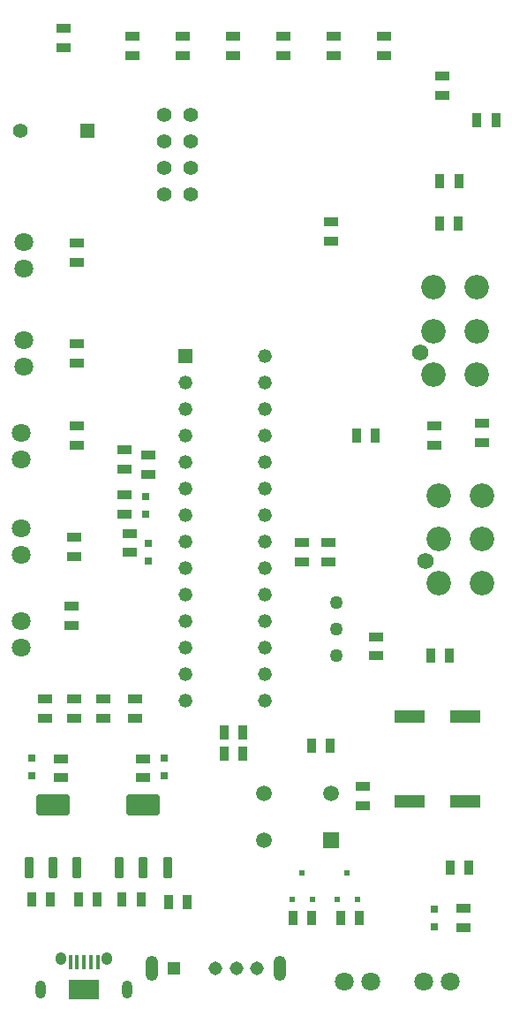
<source format=gbr>
%TF.GenerationSoftware,Altium Limited,Altium Designer,24.10.1 (45)*%
G04 Layer_Color=255*
%FSLAX25Y25*%
%MOIN*%
%TF.SameCoordinates,405BA738-95C1-4717-9A2A-605BB7F835F8*%
%TF.FilePolarity,Positive*%
%TF.FileFunction,Pads,Top*%
%TF.Part,Single*%
G01*
G75*
%TA.AperFunction,SMDPad,CuDef*%
%ADD12R,0.05300X0.03200*%
%ADD13R,0.03200X0.05300*%
%TA.AperFunction,ConnectorPad*%
%ADD14R,0.03200X0.05300*%
%ADD15R,0.01600X0.05300*%
%ADD16R,0.11400X0.07500*%
%TA.AperFunction,SMDPad,CuDef*%
%ADD17R,0.03150X0.03150*%
G04:AMPARAMS|DCode=18|XSize=77.95mil|YSize=36.61mil|CornerRadius=4.58mil|HoleSize=0mil|Usage=FLASHONLY|Rotation=90.000|XOffset=0mil|YOffset=0mil|HoleType=Round|Shape=RoundedRectangle|*
%AMROUNDEDRECTD18*
21,1,0.07795,0.02746,0,0,90.0*
21,1,0.06880,0.03661,0,0,90.0*
1,1,0.00915,0.01373,0.03440*
1,1,0.00915,0.01373,-0.03440*
1,1,0.00915,-0.01373,-0.03440*
1,1,0.00915,-0.01373,0.03440*
%
%ADD18ROUNDEDRECTD18*%
G04:AMPARAMS|DCode=19|XSize=77.95mil|YSize=127.17mil|CornerRadius=9.74mil|HoleSize=0mil|Usage=FLASHONLY|Rotation=90.000|XOffset=0mil|YOffset=0mil|HoleType=Round|Shape=RoundedRectangle|*
%AMROUNDEDRECTD19*
21,1,0.07795,0.10768,0,0,90.0*
21,1,0.05847,0.12717,0,0,90.0*
1,1,0.01949,0.05384,0.02923*
1,1,0.01949,0.05384,-0.02923*
1,1,0.01949,-0.05384,-0.02923*
1,1,0.01949,-0.05384,0.02923*
%
%ADD19ROUNDEDRECTD19*%
%ADD20R,0.11800X0.04700*%
%ADD21R,0.02200X0.02400*%
%TA.AperFunction,ComponentPad*%
%ADD24C,0.05500*%
%ADD25R,0.05600X0.05600*%
%ADD26C,0.05600*%
%ADD27O,0.04200X0.04900*%
%ADD28O,0.04000X0.06700*%
%ADD29C,0.06200*%
%ADD30C,0.09200*%
%ADD31C,0.05000*%
%ADD32C,0.07100*%
%ADD33R,0.05900X0.05900*%
%ADD34C,0.05900*%
%ADD35O,0.04756X0.09512*%
%ADD36C,0.05150*%
%ADD37R,0.05150X0.05150*%
%ADD38R,0.05200X0.05200*%
%ADD39C,0.05200*%
D12*
X276000Y448450D02*
D03*
Y455550D02*
D03*
X246000Y187550D02*
D03*
Y180450D02*
D03*
X137000Y281550D02*
D03*
Y274450D02*
D03*
X284000Y141550D02*
D03*
Y134450D02*
D03*
X234000Y400550D02*
D03*
Y393450D02*
D03*
X159000Y463450D02*
D03*
Y470550D02*
D03*
X178000D02*
D03*
Y463450D02*
D03*
X216000Y470550D02*
D03*
Y463450D02*
D03*
X133000Y466450D02*
D03*
Y473550D02*
D03*
X197000Y470550D02*
D03*
Y463450D02*
D03*
X235000Y470550D02*
D03*
Y463450D02*
D03*
X254000Y470550D02*
D03*
Y463450D02*
D03*
X233000Y272450D02*
D03*
Y279550D02*
D03*
X165000Y305450D02*
D03*
Y312550D02*
D03*
X156000Y307450D02*
D03*
Y314550D02*
D03*
X136000Y255550D02*
D03*
Y248450D02*
D03*
X138000Y323550D02*
D03*
Y316450D02*
D03*
X156000Y297550D02*
D03*
Y290450D02*
D03*
X158000Y275900D02*
D03*
Y283000D02*
D03*
X138000Y354550D02*
D03*
Y347450D02*
D03*
X148000Y220550D02*
D03*
Y213450D02*
D03*
X160000D02*
D03*
Y220550D02*
D03*
X137000D02*
D03*
Y213450D02*
D03*
X126000Y220550D02*
D03*
Y213450D02*
D03*
X291000Y324550D02*
D03*
Y317450D02*
D03*
X273000Y323550D02*
D03*
Y316450D02*
D03*
X132000Y198100D02*
D03*
Y191000D02*
D03*
X251000Y244100D02*
D03*
Y237000D02*
D03*
X223000Y272450D02*
D03*
Y279550D02*
D03*
X163000Y198000D02*
D03*
Y190900D02*
D03*
X138000Y392550D02*
D03*
Y385450D02*
D03*
D13*
X296100Y439000D02*
D03*
X289000D02*
D03*
X200550Y208000D02*
D03*
X193450D02*
D03*
X271450Y237000D02*
D03*
X278550D02*
D03*
X243450Y320000D02*
D03*
X250550D02*
D03*
X193450Y200000D02*
D03*
X200550D02*
D03*
X274900Y400000D02*
D03*
X282000D02*
D03*
X282100Y416000D02*
D03*
X275000D02*
D03*
X237450Y138000D02*
D03*
X244550D02*
D03*
X219450D02*
D03*
X226550D02*
D03*
X138450Y145000D02*
D03*
X145550D02*
D03*
X172450Y144000D02*
D03*
X179550D02*
D03*
X162100Y145000D02*
D03*
X155000D02*
D03*
X128000D02*
D03*
X120900D02*
D03*
X226450Y203000D02*
D03*
X233550D02*
D03*
D14*
X285800Y157000D02*
D03*
X278700D02*
D03*
D15*
X145681Y121531D02*
D03*
X143122D02*
D03*
X140563D02*
D03*
X138004D02*
D03*
X135445D02*
D03*
D16*
X140563Y111000D02*
D03*
D17*
X164000Y290502D02*
D03*
Y296998D02*
D03*
X273000Y134752D02*
D03*
Y141248D02*
D03*
X165000Y279248D02*
D03*
Y272752D02*
D03*
X171000Y191752D02*
D03*
Y198248D02*
D03*
X121000Y191752D02*
D03*
Y198248D02*
D03*
D18*
X153945Y157130D02*
D03*
X163000D02*
D03*
X172055D02*
D03*
X119890Y157000D02*
D03*
X128945D02*
D03*
X138000D02*
D03*
D19*
X163000Y180870D02*
D03*
X128945Y180740D02*
D03*
D20*
X263350Y214000D02*
D03*
X284650D02*
D03*
X263350Y182000D02*
D03*
X284650D02*
D03*
D21*
X223000Y154900D02*
D03*
X226740Y145100D02*
D03*
X219260D02*
D03*
X240000Y154900D02*
D03*
X243740Y145100D02*
D03*
X236260D02*
D03*
D24*
X181000Y421000D02*
D03*
Y411000D02*
D03*
Y431000D02*
D03*
Y441000D02*
D03*
X171000D02*
D03*
Y431000D02*
D03*
Y421000D02*
D03*
Y411000D02*
D03*
D25*
X142000Y435000D02*
D03*
D26*
X116409D02*
D03*
D27*
X131803Y122811D02*
D03*
X149323D02*
D03*
D28*
X157000Y111000D02*
D03*
X124126D02*
D03*
D29*
X267504Y351268D02*
D03*
X269504Y272732D02*
D03*
D30*
X272465Y343000D02*
D03*
Y359535D02*
D03*
Y376071D02*
D03*
X289000Y343000D02*
D03*
Y359535D02*
D03*
Y376071D02*
D03*
X274465Y264465D02*
D03*
Y281000D02*
D03*
Y297535D02*
D03*
X291000Y264465D02*
D03*
Y281000D02*
D03*
Y297535D02*
D03*
D31*
X236000Y257000D02*
D03*
Y247000D02*
D03*
Y237000D02*
D03*
D32*
X118000Y356000D02*
D03*
Y346000D02*
D03*
X117000Y321000D02*
D03*
Y311000D02*
D03*
X269000Y114000D02*
D03*
X279000D02*
D03*
X249000D02*
D03*
X239000D02*
D03*
X117000Y250000D02*
D03*
Y240000D02*
D03*
Y285000D02*
D03*
Y275000D02*
D03*
X118000Y393000D02*
D03*
Y383000D02*
D03*
D33*
X234000Y167283D02*
D03*
D34*
Y185000D02*
D03*
X208409D02*
D03*
Y167283D02*
D03*
D35*
X166039Y119000D02*
D03*
X214465D02*
D03*
D36*
X190252D02*
D03*
X198126D02*
D03*
X206000D02*
D03*
D37*
X174504D02*
D03*
D38*
X179000Y350000D02*
D03*
D39*
Y340000D02*
D03*
Y330000D02*
D03*
Y320000D02*
D03*
Y310000D02*
D03*
Y300000D02*
D03*
Y290000D02*
D03*
Y280000D02*
D03*
Y270000D02*
D03*
Y260000D02*
D03*
Y250000D02*
D03*
Y240000D02*
D03*
Y230000D02*
D03*
Y220000D02*
D03*
X209000D02*
D03*
Y230000D02*
D03*
Y240000D02*
D03*
Y250000D02*
D03*
Y260000D02*
D03*
Y270000D02*
D03*
Y280000D02*
D03*
Y290000D02*
D03*
Y300000D02*
D03*
Y310000D02*
D03*
Y320000D02*
D03*
Y330000D02*
D03*
Y340000D02*
D03*
Y350000D02*
D03*
%TF.MD5,f9ae9083de9da3003d4e55006c0db732*%
M02*

</source>
